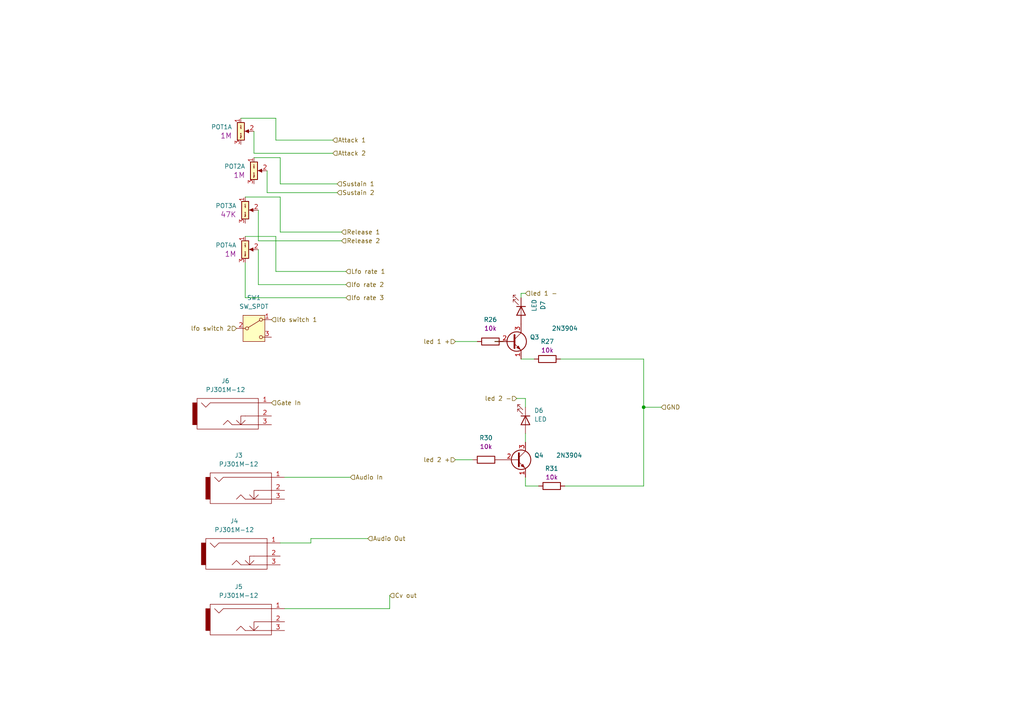
<source format=kicad_sch>
(kicad_sch (version 20230121) (generator eeschema)
  (paper "A4")
  (lib_symbols
    (symbol "Device:LED" (pin_numbers hide) (pin_names (offset 1.016) hide)
      (property "Reference" "D" (at 0 2.54 0))
      (property "Value" "LED" (at 0 -2.54 0))
      (symbol "LED_0_1"
        (polyline (pts (xy -1.27 -1.27) (xy -1.27 1.27)) (stroke (width 0.254)))
        (polyline (pts (xy -1.27 0) (xy 1.27 0)))
        (polyline (pts (xy 1.27 -1.27) (xy 1.27 1.27) (xy -1.27 0) (xy 1.27 -1.27)) (stroke (width 0.254)))
        (polyline (pts (xy -3.048 -0.762) (xy -4.572 -2.286) (xy -3.81 -2.286) (xy -4.572 -2.286) (xy -4.572 -1.524)))
        (polyline (pts (xy -1.778 -0.762) (xy -3.302 -2.286) (xy -2.54 -2.286) (xy -3.302 -2.286) (xy -3.302 -1.524)))
      )
      (symbol "LED_1_1"
        (pin passive line (at -3.81 0 0) (length 2.54) (name "K") (number "1"))
        (pin passive line (at 3.81 0 180) (length 2.54) (name "A") (number "2"))
      )
    )
    (symbol "PCM_4ms_Potentiometer:9mm_NoDet_100k_Knurled_Lined" (pin_names (offset 1.016) hide)
      (property "Reference" "POT" (at -4.572 -0.127 90))
      (property "Display" "100k" (at -2.794 0 90))
      (symbol "9mm_NoDet_100k_Knurled_Lined_1_1"
        (polyline (pts (xy 2.54 0) (xy 1.524 0)))
        (polyline (pts (xy 1.143 0) (xy 2.286 0.508) (xy 2.286 -0.508)) (fill (type outline)))
        (rectangle (start 1.016 2.54) (end -1.016 -2.54) (stroke (width 0.254)) (fill (type background)))
        (text "Left/1" (at 0 1.27 900) (effects (font (size 0.254 0.254))))
        (text "Right/3" (at 0 -1.27 900) (effects (font (size 0.254 0.254))))
        (pin passive line (at 0 3.81 270) (length 1.27) (name "Left") (number "1"))
        (pin passive line (at 3.81 0 180) (length 1.27) (name "Center") (number "2"))
        (pin passive line (at 0 -3.81 90) (length 1.27) (name "Right") (number "3"))
      )
      (symbol "9mm_NoDet_100k_Knurled_Lined_2_1"
        (rectangle (start -2.54 0) (end -1.27 0) (stroke (width 0.254)))
        (rectangle (start 1.016 2.54) (end -1.016 -2.54) (stroke (width 0.254)) (fill (type background)))
        (rectangle (start 1.27 0) (end 2.54 0) (stroke (width 0.254)))
        (pin passive line (at -2.54 -1.27 90) (length 1.27) (name "Tab1") (number "4"))
        (pin passive line (at 2.54 -1.27 90) (length 1.27) (name "Tab2") (number "5"))
      )
    )
    (symbol "PCM_4ms_Resistor:10k_0402" (pin_numbers hide) (pin_names (offset 0))
      (property "Reference" "R" (at 2.032 0 90))
      (property "Display" "10k" (at 3.81 0 90))
      (symbol "10k_0402_0_1"
        (rectangle (start -1.016 -2.54) (end 1.016 2.54) (stroke (width 0.254)))
      )
      (symbol "10k_0402_1_1"
        (pin passive line (at 0 3.81 270) (length 1.27) (name "~") (number "1"))
        (pin passive line (at 0 -3.81 90) (length 1.27) (name "~") (number "2"))
      )
    )
    (symbol "Switch:SW_SPDT" (pin_names (offset 0) hide)
      (property "Reference" "SW" (at 0 5.08 0))
      (property "Value" "SW_SPDT" (at 0 -5.08 0))
      (symbol "SW_SPDT_0_1"
        (circle (center -2.032 0) (radius 0.4572))
        (polyline (pts (xy -1.651 0.254) (xy 1.651 2.286)))
        (circle (center 2.032 -2.54) (radius 0.4572))
        (circle (center 2.032 2.54) (radius 0.4572))
      )
      (symbol "SW_SPDT_1_1"
        (rectangle (start -3.175 3.81) (end 3.175 -3.81) (fill (type background)))
        (pin passive line (at 5.08 2.54 180) (length 2.54) (name "A") (number "1"))
        (pin passive line (at -5.08 0 0) (length 2.54) (name "B") (number "2"))
        (pin passive line (at 5.08 -2.54 180) (length 2.54) (name "C") (number "3"))
      )
    )
    (symbol "Transistor_BJT:2N3904" (pin_names (offset 0) hide)
      (property "Reference" "Q" (at 5.08 1.905 0))
      (property "Value" "2N3904" (at 5.08 0 0))
      (symbol "2N3904_0_1"
        (polyline (pts (xy 0.635 0.635) (xy 2.54 2.54)))
        (polyline (pts (xy 0.635 -0.635) (xy 2.54 -2.54) (xy 2.54 -2.54)))
        (polyline (pts (xy 0.635 1.905) (xy 0.635 -1.905) (xy 0.635 -1.905)) (stroke (width 0.508)))
        (polyline (pts (xy 1.27 -1.778) (xy 1.778 -1.27) (xy 2.286 -2.286) (xy 1.27 -1.778) (xy 1.27 -1.778)) (fill (type outline)))
        (circle (center 1.27 0) (radius 2.8194) (stroke (width 0.254)))
      )
      (symbol "2N3904_1_1"
        (pin passive line (at 2.54 -5.08 90) (length 2.54) (name "E") (number "1"))
        (pin passive line (at -5.08 0 0) (length 5.715) (name "B") (number "2"))
        (pin passive line (at 2.54 5.08 270) (length 2.54) (name "C") (number "3"))
      )
    )
    (symbol "eurocad:PJ301M-12" (pin_names (offset 1.016))
      (property "Reference" "J" (at -8.89 -5.08 0))
      (property "Value" "PJ301M-12" (at -3.81 6.35 0))
      (symbol "PJ301M-12_0_1"
        (rectangle (start -11.43 3.81) (end -10.16 -2.54) (fill (type outline)))
        (polyline (pts (xy 3.81 0) (xy 7.62 0) (xy 7.62 0)))
        (polyline (pts (xy 0 -2.54) (xy -1.27 -1.27) (xy -2.54 -2.54) (xy -2.54 -2.54)))
        (polyline (pts (xy 0 -2.54) (xy 7.62 -2.54) (xy 7.62 -2.54) (xy 7.62 -2.54)))
        (polyline (pts (xy 1.27 -1.27) (xy 2.54 -2.54) (xy 3.81 -1.27) (xy 3.81 -1.27)))
        (polyline (pts (xy 3.81 0) (xy 2.54 0) (xy 2.54 -2.54) (xy 2.54 -2.54)))
        (polyline (pts (xy 7.62 3.81) (xy -6.35 3.81) (xy -7.62 2.54) (xy -8.89 3.81) (xy -8.89 3.81)))
        (rectangle (start 7.62 -3.81) (end -10.16 5.08))
      )
      (symbol "PJ301M-12_1_1"
        (pin passive line (at 11.43 3.81 180) (length 3.81) (name "~") (number "1"))
        (pin passive line (at 11.43 0 180) (length 3.81) (name "~") (number "2"))
        (pin passive line (at 11.43 -2.54 180) (length 3.81) (name "~") (number "3"))
      )
    )
  )
  (junction (at 186.69 118.11))
  (wire (pts (xy 80.01 68.58) (xy 71.12 68.58)))
  (wire (pts (xy 96.52 44.45) (xy 73.66 44.45)))
  (wire (pts (xy 77.47 55.88) (xy 77.47 49.53)))
  (wire (pts (xy 100.33 78.74) (xy 80.01 78.74)))
  (wire (pts (xy 151.13 85.09) (xy 152.4 85.09)))
  (wire (pts (xy 149.86 115.57) (xy 152.4 115.57)))
  (wire (pts (xy 81.28 67.31) (xy 81.28 57.15)))
  (wire (pts (xy 80.01 34.29) (xy 69.85 34.29)))
  (wire (pts (xy 186.69 118.11) (xy 186.69 140.97)))
  (wire (pts (xy 101.6 138.43) (xy 82.55 138.43)))
  (wire (pts (xy 80.01 78.74) (xy 80.01 68.58)))
  (wire (pts (xy 90.17 156.21) (xy 90.17 157.48)))
  (wire (pts (xy 97.79 53.34) (xy 81.28 53.34)))
  (wire (pts (xy 99.06 67.31) (xy 81.28 67.31)))
  (wire (pts (xy 97.79 55.88) (xy 77.47 55.88)))
  (wire (pts (xy 146.05 99.06) (xy 143.51 99.06)))
  (wire (pts (xy 113.03 176.53) (xy 82.55 176.53)))
  (wire (pts (xy 152.4 140.97) (xy 152.4 138.43)))
  (wire (pts (xy 80.01 40.64) (xy 80.01 34.29)))
  (wire (pts (xy 81.28 53.34) (xy 81.28 45.72)))
  (wire (pts (xy 81.28 45.72) (xy 73.66 45.72)))
  (wire (pts (xy 163.83 140.97) (xy 186.69 140.97)))
  (wire (pts (xy 74.93 82.55) (xy 74.93 72.39)))
  (wire (pts (xy 186.69 104.14) (xy 186.69 118.11)))
  (wire (pts (xy 152.4 115.57) (xy 152.4 118.11)))
  (wire (pts (xy 151.13 85.09) (xy 151.13 86.36)))
  (wire (pts (xy 151.13 104.14) (xy 154.94 104.14)))
  (wire (pts (xy 99.06 69.85) (xy 74.93 69.85)))
  (wire (pts (xy 96.52 40.64) (xy 80.01 40.64)))
  (wire (pts (xy 74.93 69.85) (xy 74.93 60.96)))
  (wire (pts (xy 152.4 140.97) (xy 156.21 140.97)))
  (wire (pts (xy 152.4 125.73) (xy 152.4 128.27)))
  (wire (pts (xy 186.69 118.11) (xy 191.77 118.11)))
  (wire (pts (xy 90.17 157.48) (xy 81.28 157.48)))
  (wire (pts (xy 113.03 172.72) (xy 113.03 176.53)))
  (wire (pts (xy 137.16 133.35) (xy 132.08 133.35)))
  (wire (pts (xy 100.33 82.55) (xy 74.93 82.55)))
  (wire (pts (xy 132.08 99.06) (xy 138.43 99.06)))
  (wire (pts (xy 100.33 86.36) (xy 71.12 86.36)))
  (wire (pts (xy 106.68 156.21) (xy 90.17 156.21)))
  (wire (pts (xy 81.28 57.15) (xy 71.12 57.15)))
  (wire (pts (xy 73.66 44.45) (xy 73.66 38.1)))
  (wire (pts (xy 71.12 86.36) (xy 71.12 76.2)))
  (wire (pts (xy 162.56 104.14) (xy 186.69 104.14)))
  (hierarchical_label "Release 1" (shape input) (at 99.06 67.31 0))
  (hierarchical_label "Audio In" (shape input) (at 101.6 138.43 0))
  (hierarchical_label "lfo rate 3" (shape input) (at 100.33 86.36 0))
  (hierarchical_label "led 1 -" (shape input) (at 152.4 85.09 0))
  (hierarchical_label "led 1 +" (shape input) (at 132.08 99.06 180))
  (hierarchical_label "led 2 +" (shape input) (at 132.08 133.35 180))
  (hierarchical_label "Lfo rate 1" (shape input) (at 100.33 78.74 0))
  (hierarchical_label "Attack 2" (shape input) (at 96.52 44.45 0))
  (hierarchical_label "lfo switch 2" (shape input) (at 68.58 95.25 180))
  (hierarchical_label "Audio Out" (shape input) (at 106.68 156.21 0))
  (hierarchical_label "Cv out" (shape input) (at 113.03 172.72 0))
  (hierarchical_label "led 2 -" (shape input) (at 149.86 115.57 180))
  (hierarchical_label "GND" (shape input) (at 191.77 118.11 0))
  (hierarchical_label "Sustain 2" (shape input) (at 97.79 55.88 0))
  (hierarchical_label "Release 2" (shape input) (at 99.06 69.85 0))
  (hierarchical_label "Gate In" (shape input) (at 78.74 116.84 0))
  (hierarchical_label "Sustain 1" (shape input) (at 97.79 53.34 0))
  (hierarchical_label "lfo rate 2" (shape input) (at 100.33 82.55 0))
  (hierarchical_label "Attack 1" (shape input) (at 96.52 40.64 0))
  (hierarchical_label "lfo switch 1" (shape input) (at 78.74 92.71 0))
  (symbol (lib_id "PCM_4ms_Resistor:10k_0402") (at 158.75 104.14 90) (unit 1)
    (property "Reference" "R27" (at 158.75 99.06 90))
    (property "Value" "10k_0402" (effects hide))
    (property "Footprint" "Resistor_THT:R_Axial_DIN0207_L6.3mm_D2.5mm_P7.62mm_Horizontal" (effects hide))
    (property "Specifications" "10k, 1%, 1/10W, 0402" (effects hide))
    (property "Manufacturer" "Yageo" (effects hide))
    (property "Part Number" "RT0402FRE0710KL" (effects hide))
    (property "Display" "10k" (at 158.75 101.6 90))
    (property "Manufacturer 2" "Yageo" (effects hide))
    (property "Part Number 2" "RT0402DRE0710KL" (effects hide))
  )
  (symbol (lib_id "Device:LED") (at 152.4 121.92 270) (unit 1)
    (property "Reference" "D6" (at 154.94 119.0625 90) (effects (justify left)))
    (property "Value" "LED" (at 154.94 121.6025 90) (effects (justify left)))
    (property "Footprint" "eurocad:LED3mm" (effects hide))
  )
  (symbol (lib_id "Switch:SW_SPDT") (at 73.66 95.25 0) (unit 1)
    (property "Reference" "SW1" (at 73.66 86.36 0))
    (property "Value" "SW_SPDT" (at 73.66 88.9 0))
    (property "Footprint" "Switches:spdt - toggle switch" (effects hide))
  )
  (symbol (lib_id "PCM_4ms_Potentiometer:9mm_NoDet_100k_Knurled_Lined") (at 71.12 72.39 0) (unit 1)
    (property "Reference" "POT4" (at 68.58 71.12 0) (effects (justify right)))
    (property "Value" "9mm_NoDet_1M_Knurled_Lined" (effects hide))
    (property "Footprint" "PCM_4ms_Potentiometer:Pot_9mm_DShaft" (effects hide))
    (property "Specifications" "1M Linear, 9mm pot, No Detent, Knurled, Lined" (effects hide))
    (property "Manufacturer" " Song Huei " (effects hide))
    (property "Part Number" " RV16AF-4A-15FW-B100K-3 " (effects hide))
    (property "Display" "1M" (at 68.58 73.66 0) (effects (font (size 1.524 1.524)) (justify right)))
  )
  (symbol (lib_id "PCM_4ms_Potentiometer:9mm_NoDet_100k_Knurled_Lined") (at 73.66 49.53 0) (unit 1)
    (property "Reference" "POT2" (at 71.12 48.26 0) (effects (justify right)))
    (property "Value" "9mm_NoDet_1M_Knurled_Lined" (effects hide))
    (property "Footprint" "PCM_4ms_Potentiometer:Pot_9mm_DShaft" (effects hide))
    (property "Specifications" "1M Linear, 9mm pot, No Detent, Knurled, Lined" (effects hide))
    (property "Manufacturer" " Song Huei " (effects hide))
    (property "Part Number" " RV16AF-4A-15FW-B100K-3 " (effects hide))
    (property "Display" "1M" (at 71.12 50.8 0) (effects (font (size 1.524 1.524)) (justify right)))
  )
  (symbol (lib_id "PCM_4ms_Potentiometer:9mm_NoDet_100k_Knurled_Lined") (at 69.85 38.1 0) (unit 1)
    (property "Reference" "POT1" (at 67.31 36.83 0) (effects (justify right)))
    (property "Value" "9mm_NoDet_1M_Knurled_Lined" (effects hide))
    (property "Footprint" "PCM_4ms_Potentiometer:Pot_9mm_DShaft" (effects hide))
    (property "Specifications" "1M Linear, 9mm pot, No Detent, Knurled, Lined" (effects hide))
    (property "Manufacturer" " Song Huei " (effects hide))
    (property "Part Number" " RV16AF-4A-15FW-B100K-3 " (effects hide))
    (property "Display" "1M" (at 67.31 39.37 0) (effects (font (size 1.524 1.524)) (justify right)))
  )
  (symbol (lib_id "eurocad:PJ301M-12") (at 69.85 161.29 0) (unit 1)
    (property "Reference" "J4" (at 67.945 151.13 0))
    (property "Value" "PJ301M-12" (at 67.945 153.67 0))
    (property "Footprint" "eurocad:PJ301M-12" (effects hide))
  )
  (symbol (lib_id "eurocad:PJ301M-12") (at 67.31 120.65 0) (unit 1)
    (property "Reference" "J6" (at 65.405 110.49 0))
    (property "Value" "PJ301M-12" (at 65.405 113.03 0))
    (property "Footprint" "eurocad:PJ301M-12" (effects hide))
  )
  (symbol (lib_id "eurocad:PJ301M-12") (at 71.12 180.34 0) (unit 1)
    (property "Reference" "J5" (at 69.215 170.18 0))
    (property "Value" "PJ301M-12" (at 69.215 172.72 0))
    (property "Footprint" "eurocad:PJ301M-12" (effects hide))
  )
  (symbol (lib_id "Transistor_BJT:2N3904") (at 149.86 133.35 0) (unit 1)
    (property "Reference" "Q4" (at 154.94 132.08 0) (effects (justify left)))
    (property "Value" "2N3904" (at 161.29 132.08 0) (effects (justify left)))
    (property "Footprint" "Package_TO_SOT_THT:TO-92_Inline" (effects hide))
    (property "Datasheet" "https://www.onsemi.com/pub/Collateral/2N3903-D.PDF" (effects hide))
  )
  (symbol (lib_id "PCM_4ms_Resistor:10k_0402") (at 142.24 99.06 90) (unit 1)
    (property "Reference" "R26" (at 142.24 92.71 90))
    (property "Value" "10k_0402" (effects hide))
    (property "Footprint" "Resistor_THT:R_Axial_DIN0207_L6.3mm_D2.5mm_P7.62mm_Horizontal" (effects hide))
    (property "Specifications" "10k, 1%, 1/10W, 0402" (effects hide))
    (property "Manufacturer" "Yageo" (effects hide))
    (property "Part Number" "RT0402FRE0710KL" (effects hide))
    (property "Display" "10k" (at 142.24 95.25 90))
    (property "Manufacturer 2" "Yageo" (effects hide))
    (property "Part Number 2" "RT0402DRE0710KL" (effects hide))
  )
  (symbol (lib_id "PCM_4ms_Resistor:10k_0402") (at 160.02 140.97 90) (unit 1)
    (property "Reference" "R31" (at 160.02 135.89 90))
    (property "Value" "10k_0402" (effects hide))
    (property "Footprint" "Resistor_THT:R_Axial_DIN0207_L6.3mm_D2.5mm_P7.62mm_Horizontal" (effects hide))
    (property "Specifications" "10k, 1%, 1/10W, 0402" (effects hide))
    (property "Manufacturer" "Yageo" (effects hide))
    (property "Part Number" "RT0402FRE0710KL" (effects hide))
    (property "Display" "10k" (at 160.02 138.43 90))
    (property "Manufacturer 2" "Yageo" (effects hide))
    (property "Part Number 2" "RT0402DRE0710KL" (effects hide))
  )
  (symbol (lib_id "eurocad:PJ301M-12") (at 71.12 142.24 0) (unit 1)
    (property "Reference" "J3" (at 69.215 132.08 0))
    (property "Value" "PJ301M-12" (at 69.215 134.62 0))
    (property "Footprint" "eurocad:PJ301M-12" (effects hide))
  )
  (symbol (lib_id "PCM_4ms_Potentiometer:9mm_NoDet_100k_Knurled_Lined") (at 71.12 60.96 0) (unit 1)
    (property "Reference" "POT3" (at 68.58 59.69 0) (effects (justify right)))
    (property "Value" "9mm_NoDet_47K_Knurled_Lined" (effects hide))
    (property "Footprint" "PCM_4ms_Potentiometer:Pot_9mm_DShaft" (effects hide))
    (property "Specifications" "47K Linear, 9mm pot, No Detent, Knurled, Lined" (effects hide))
    (property "Manufacturer" " Song Huei " (effects hide))
    (property "Part Number" " RV16AF-4A-15FW-B47k-3 " (effects hide))
    (property "Display" "47K" (at 68.58 62.23 0) (effects (font (size 1.524 1.524)) (justify right)))
  )
  (symbol (lib_id "Device:LED") (at 151.13 90.17 270) (unit 1)
    (property "Reference" "D7" (at 157.48 88.5825 0))
    (property "Value" "LED" (at 154.94 88.5825 0))
    (property "Footprint" "eurocad:LED3mm" (effects hide))
  )
  (symbol (lib_id "Transistor_BJT:2N3904") (at 148.59 99.06 0) (unit 1)
    (property "Reference" "Q3" (at 153.67 97.79 0) (effects (justify left)))
    (property "Value" "2N3904" (at 160.02 95.25 0) (effects (justify left)))
    (property "Footprint" "Package_TO_SOT_THT:TO-92_Inline" (effects hide))
    (property "Datasheet" "https://www.onsemi.com/pub/Collateral/2N3903-D.PDF" (effects hide))
  )
  (symbol (lib_id "PCM_4ms_Resistor:10k_0402") (at 140.97 133.35 90) (unit 1)
    (property "Reference" "R30" (at 140.97 127 90))
    (property "Value" "10k_0402" (effects hide))
    (property "Footprint" "Resistor_THT:R_Axial_DIN0207_L6.3mm_D2.5mm_P7.62mm_Horizontal" (effects hide))
    (property "Specifications" "10k, 1%, 1/10W, 0402" (effects hide))
    (property "Manufacturer" "Yageo" (effects hide))
    (property "Part Number" "RT0402FRE0710KL" (effects hide))
    (property "Display" "10k" (at 140.97 129.54 90))
    (property "Manufacturer 2" "Yageo" (effects hide))
    (property "Part Number 2" "RT0402DRE0710KL" (effects hide))
  )
)
</source>
